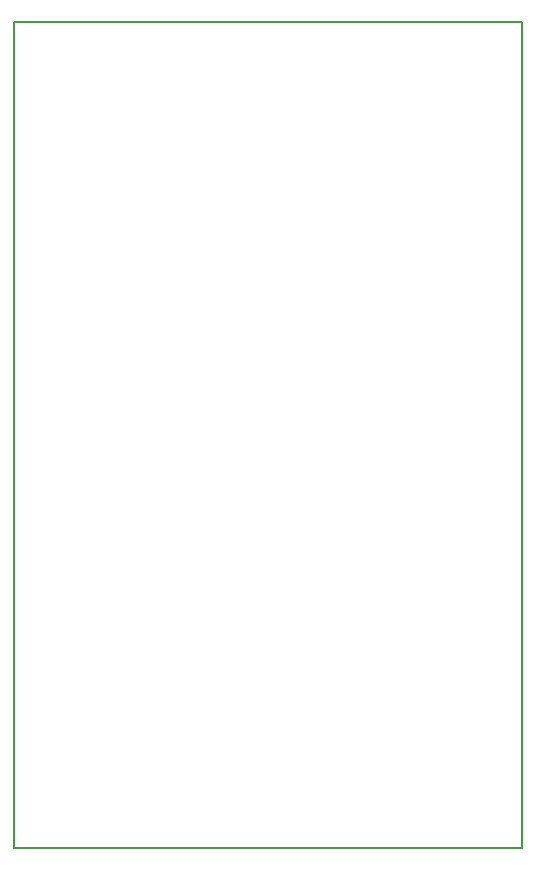
<source format=gbr>
G04 #@! TF.GenerationSoftware,KiCad,Pcbnew,(5.0.1)-4*
G04 #@! TF.CreationDate,2019-05-13T21:25:37+02:00*
G04 #@! TF.ProjectId,schema_PCP_CO2,736368656D615F5043505F434F322E6B,rev?*
G04 #@! TF.SameCoordinates,PX623a7c0PY6ea0500*
G04 #@! TF.FileFunction,Profile,NP*
%FSLAX46Y46*%
G04 Gerber Fmt 4.6, Leading zero omitted, Abs format (unit mm)*
G04 Created by KiCad (PCBNEW (5.0.1)-4) date 13/05/2019 21:25:37*
%MOMM*%
%LPD*%
G01*
G04 APERTURE LIST*
%ADD10C,0.150000*%
G04 APERTURE END LIST*
D10*
X0Y0D02*
X0Y70000000D01*
X43000000Y0D02*
X0Y0D01*
X43000000Y70000000D02*
X43000000Y0D01*
X0Y70000000D02*
X43000000Y70000000D01*
M02*

</source>
